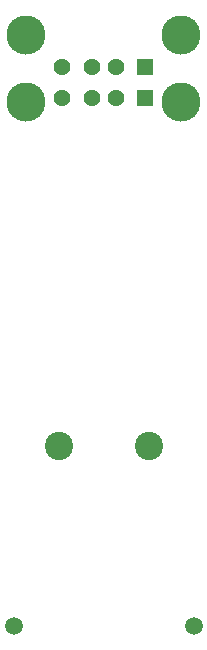
<source format=gbr>
%TF.GenerationSoftware,KiCad,Pcbnew,6.0.2+dfsg-1*%
%TF.CreationDate,2022-12-10T13:13:51-05:00*%
%TF.ProjectId,5v-8a-ps,35762d38-612d-4707-932e-6b696361645f,rev?*%
%TF.SameCoordinates,Original*%
%TF.FileFunction,Soldermask,Bot*%
%TF.FilePolarity,Negative*%
%FSLAX46Y46*%
G04 Gerber Fmt 4.6, Leading zero omitted, Abs format (unit mm)*
G04 Created by KiCad (PCBNEW 6.0.2+dfsg-1) date 2022-12-10 13:13:51*
%MOMM*%
%LPD*%
G01*
G04 APERTURE LIST*
%ADD10C,1.500000*%
%ADD11C,2.400000*%
%ADD12C,3.316000*%
%ADD13C,1.428000*%
%ADD14R,1.428000X1.428000*%
G04 APERTURE END LIST*
D10*
%TO.C,U1*%
X71120000Y-125730000D03*
X86360000Y-125730000D03*
D11*
X74930000Y-110490000D03*
X82550000Y-110490000D03*
%TD*%
D12*
%TO.C,J1*%
X72170000Y-75720000D03*
X85310000Y-75720000D03*
X72170000Y-81400000D03*
X85310000Y-81400000D03*
D13*
X75240000Y-81050000D03*
X77740000Y-81050000D03*
X79740000Y-81050000D03*
D14*
X82240000Y-81050000D03*
D13*
X75240000Y-78430000D03*
X77740000Y-78430000D03*
X79740000Y-78430000D03*
D14*
X82240000Y-78430000D03*
%TD*%
M02*

</source>
